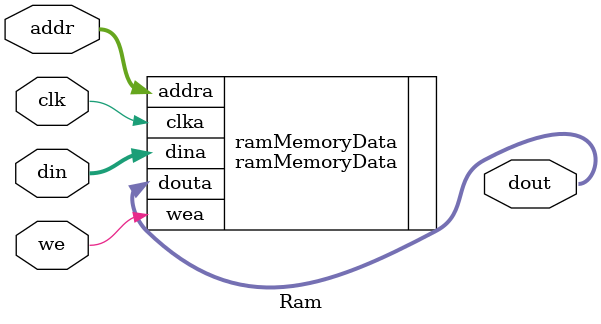
<source format=v>
`timescale 1ns / 1ps

/*********************************************************************************
 Author:    Poff, Samuel
 Email:     spoff42@gmail.com
 File Name: Ram.v
 Date:      01 Nov, 2016
 Version:   1.0
 
 Notes: This module instatiates the project's integer data path.
 
 The inputs follow:
 	Clock               (clock) : Linked to Nexys3 onboard oscillator.
   
 The output follows:
 	Anode Assertion           (anode) : Linked to anodes of seven segment displays.
 	
      This module's function is
*********************************************************************************/

module Ram(
    input clk,
    input [7:0]addr,
    input we,
    input [15:0] din,
    output [15:0] dout
    );
    
    ramMemoryData ramMemoryData (
    .clka(clk), // input clka
    .wea(we), // input [0 : 0] wea
    .addra(addr), // input [7 : 0] addra
    .dina(din), // input [15 : 0] dina
    .douta(dout) // output [15 : 0] douta
    );


endmodule

</source>
